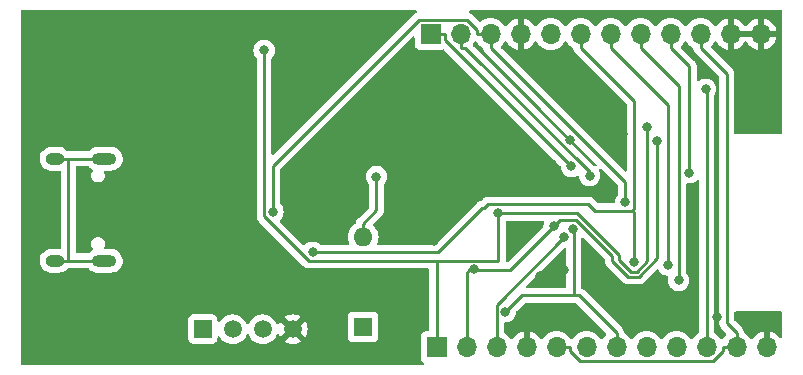
<source format=gbr>
%TF.GenerationSoftware,KiCad,Pcbnew,7.0.9-dirty*%
%TF.CreationDate,2023-12-27T00:33:38-08:00*%
%TF.ProjectId,hardware,68617264-7761-4726-952e-6b696361645f,rev?*%
%TF.SameCoordinates,Original*%
%TF.FileFunction,Copper,L2,Bot*%
%TF.FilePolarity,Positive*%
%FSLAX46Y46*%
G04 Gerber Fmt 4.6, Leading zero omitted, Abs format (unit mm)*
G04 Created by KiCad (PCBNEW 7.0.9-dirty) date 2023-12-27 00:33:38*
%MOMM*%
%LPD*%
G01*
G04 APERTURE LIST*
%TA.AperFunction,ComponentPad*%
%ADD10R,1.500000X1.500000*%
%TD*%
%TA.AperFunction,ComponentPad*%
%ADD11C,1.500000*%
%TD*%
%TA.AperFunction,ComponentPad*%
%ADD12O,2.100000X1.000000*%
%TD*%
%TA.AperFunction,ComponentPad*%
%ADD13O,1.600000X1.000000*%
%TD*%
%TA.AperFunction,ComponentPad*%
%ADD14R,1.700000X1.700000*%
%TD*%
%TA.AperFunction,ComponentPad*%
%ADD15O,1.700000X1.700000*%
%TD*%
%TA.AperFunction,ComponentPad*%
%ADD16R,1.600000X1.600000*%
%TD*%
%TA.AperFunction,ComponentPad*%
%ADD17O,1.600000X1.600000*%
%TD*%
%TA.AperFunction,ViaPad*%
%ADD18C,0.800000*%
%TD*%
%TA.AperFunction,Conductor*%
%ADD19C,0.250000*%
%TD*%
G04 APERTURE END LIST*
D10*
%TO.P,U4,1,VDD*%
%TO.N,3V3*%
X145420000Y-87500000D03*
D11*
%TO.P,U4,2,DATA*%
%TO.N,IO3_SDA*%
X147960000Y-87500000D03*
%TO.P,U4,3,NC*%
%TO.N,unconnected-(U4-NC-Pad3)*%
X150500000Y-87500000D03*
%TO.P,U4,4,GND*%
%TO.N,GND*%
X153040000Y-87500000D03*
%TD*%
D12*
%TO.P,J1,S1,SHIELD*%
%TO.N,unconnected-(J1-SHIELD-PadS1)*%
X137085000Y-73070000D03*
D13*
X132905000Y-73070000D03*
D12*
X137085000Y-81710000D03*
D13*
X132905000Y-81710000D03*
%TD*%
D14*
%TO.P,J4,1,Pin_1*%
%TO.N,IO2*%
X165220000Y-89000000D03*
D15*
%TO.P,J4,2,Pin_2*%
%TO.N,IO3_SDA*%
X167760000Y-89000000D03*
%TO.P,J4,3,Pin_3*%
%TO.N,IO4_SCL*%
X170300000Y-89000000D03*
%TO.P,J4,4,Pin_4*%
%TO.N,GND*%
X172840000Y-89000000D03*
%TO.P,J4,5,Pin_5*%
%TO.N,3V3*%
X175380000Y-89000000D03*
%TO.P,J4,6,Pin_6*%
%TO.N,IO5*%
X177920000Y-89000000D03*
%TO.P,J4,7,Pin_7*%
%TO.N,IO6*%
X180460000Y-89000000D03*
%TO.P,J4,8,Pin_8*%
%TO.N,IO7*%
X183000000Y-89000000D03*
%TO.P,J4,9,Pin_9*%
%TO.N,IO8*%
X185540000Y-89000000D03*
%TO.P,J4,10,Pin_10*%
%TO.N,IO9_BOOT*%
X188080000Y-89000000D03*
%TO.P,J4,11,Pin_11*%
%TO.N,3V3*%
X190620000Y-89000000D03*
%TO.P,J4,12,Pin_12*%
%TO.N,GND*%
X193160000Y-89000000D03*
%TD*%
D16*
%TO.P,D3,1,K*%
%TO.N,IO4_SCL*%
X159000000Y-87310000D03*
D17*
%TO.P,D3,2,A*%
%TO.N,Net-(D3-A)*%
X159000000Y-79690000D03*
%TD*%
D14*
%TO.P,J2,1,Pin_1*%
%TO.N,IO0*%
X164720000Y-62500000D03*
D15*
%TO.P,J2,2,Pin_2*%
%TO.N,IO1*%
X167260000Y-62500000D03*
%TO.P,J2,3,Pin_3*%
%TO.N,IO18*%
X169800000Y-62500000D03*
%TO.P,J2,4,Pin_4*%
%TO.N,GND*%
X172340000Y-62500000D03*
%TO.P,J2,5,Pin_5*%
%TO.N,3V3*%
X174880000Y-62500000D03*
%TO.P,J2,6,Pin_6*%
%TO.N,IO19*%
X177420000Y-62500000D03*
%TO.P,J2,7,Pin_7*%
%TO.N,IO20_RX*%
X179960000Y-62500000D03*
%TO.P,J2,8,Pin_8*%
%TO.N,IO21_TX*%
X182500000Y-62500000D03*
%TO.P,J2,9,Pin_9*%
%TO.N,IO10*%
X185040000Y-62500000D03*
%TO.P,J2,10,Pin_10*%
%TO.N,3V3*%
X187580000Y-62500000D03*
%TO.P,J2,11,Pin_11*%
%TO.N,GND*%
X190120000Y-62500000D03*
%TO.P,J2,12,Pin_12*%
X192660000Y-62500000D03*
%TD*%
D18*
%TO.N,GND*%
X171000000Y-74500000D03*
X189000000Y-86500000D03*
X193000000Y-86500000D03*
X171500000Y-79500000D03*
X176000000Y-82500000D03*
X174000000Y-83000000D03*
X157000000Y-65500000D03*
X160500000Y-66500000D03*
X168500000Y-72000000D03*
X170000000Y-73000000D03*
X172000000Y-73000000D03*
X149000000Y-81500000D03*
X146500000Y-80500000D03*
X143500000Y-80500000D03*
X145000000Y-79000000D03*
X174000000Y-86500000D03*
X158000000Y-70000000D03*
X160000000Y-72000000D03*
X157500000Y-72500000D03*
X155000000Y-72500000D03*
X154500000Y-75000000D03*
X158500000Y-77500000D03*
X157000000Y-79500000D03*
X161000000Y-79500000D03*
X160000000Y-89500000D03*
X144500000Y-85500000D03*
X144500000Y-89500000D03*
X147500000Y-89500000D03*
X151000000Y-89500000D03*
X154000000Y-89500000D03*
X139500000Y-88500000D03*
X134500000Y-88500000D03*
X137000000Y-87000000D03*
X132000000Y-84000000D03*
X135000000Y-85500000D03*
X139000000Y-85500000D03*
X143000000Y-83500000D03*
X145000000Y-70000000D03*
X141000000Y-73000000D03*
X142500000Y-71000000D03*
X147500000Y-71000000D03*
X145500000Y-73500000D03*
X174950856Y-73500000D03*
X175500000Y-75500000D03*
X176500000Y-71500000D03*
X179000000Y-71000000D03*
X181000000Y-71000000D03*
X187000000Y-82000000D03*
X186500000Y-86000000D03*
X165000000Y-80000000D03*
X162500000Y-76000000D03*
X131500000Y-89000000D03*
X162000000Y-66000000D03*
X156000000Y-89000000D03*
X161500000Y-87000000D03*
X156500000Y-85500000D03*
X153500000Y-85500000D03*
X166000000Y-73000000D03*
X162500000Y-85500000D03*
X131000000Y-61500000D03*
X139000000Y-63500000D03*
X163500000Y-86500000D03*
X161500000Y-68000000D03*
X166000000Y-75500000D03*
X132500000Y-62500000D03*
X166000000Y-77500000D03*
X166500000Y-69000000D03*
%TO.N,IO6*%
X176740100Y-78993800D03*
X171047700Y-86023300D03*
%TO.N,IO3_SDA*%
X175159100Y-78802300D03*
X183911500Y-71589200D03*
X168418200Y-82423100D03*
%TO.N,IO10*%
X186607900Y-74252400D03*
%TO.N,IO21_TX*%
X185720700Y-83379600D03*
%TO.N,IO20_RX*%
X184816100Y-82089800D03*
%TO.N,IO19*%
X181899000Y-81842200D03*
X154722000Y-81004800D03*
%TO.N,IO18*%
X151361600Y-77559800D03*
X181204200Y-76736100D03*
%TO.N,IO1*%
X178170000Y-74500000D03*
%TO.N,IO0*%
X176633000Y-73714700D03*
%TO.N,Net-(D3-A)*%
X160120200Y-74576300D03*
%TO.N,IO4_SCL*%
X176040700Y-79711400D03*
%TO.N,IO2*%
X170458500Y-77684900D03*
X183045000Y-70348100D03*
X150613900Y-63893700D03*
%TO.N,IO9_BOOT*%
X187998500Y-67187500D03*
%TD*%
D19*
%TO.N,IO3_SDA*%
X168496900Y-82501800D02*
X168001800Y-82501800D01*
X168001800Y-82501800D02*
X168000000Y-82500000D01*
X168000000Y-82500000D02*
X167760000Y-82740000D01*
X167760000Y-82740000D02*
X167760000Y-89000000D01*
%TO.N,IO2*%
X165220000Y-81731700D02*
X165220000Y-89000000D01*
X170458500Y-77684900D02*
X170458500Y-81731700D01*
X170458500Y-81731700D02*
X168752105Y-81731700D01*
X168084295Y-81731700D02*
X165220000Y-81731700D01*
X168752105Y-81731700D02*
X168718505Y-81698100D01*
X168718505Y-81698100D02*
X168117895Y-81698100D01*
X168117895Y-81698100D02*
X168084295Y-81731700D01*
%TO.N,IO19*%
X181782300Y-77468400D02*
X178646000Y-77468400D01*
X178646000Y-77468400D02*
X178076200Y-76898600D01*
X178076200Y-76898600D02*
X169601400Y-76898600D01*
X169601400Y-76898600D02*
X169265100Y-77234900D01*
X169265100Y-77234900D02*
X169080404Y-77234900D01*
X169080404Y-77234900D02*
X165310504Y-81004800D01*
X165310504Y-81004800D02*
X154722000Y-81004800D01*
%TO.N,IO6*%
X180460000Y-89000000D02*
X180460000Y-87823100D01*
X176838400Y-79092100D02*
X176740100Y-78993800D01*
X176838400Y-84627600D02*
X176838400Y-79092100D01*
X177264500Y-84627600D02*
X176838400Y-84627600D01*
X180460000Y-87823100D02*
X177264500Y-84627600D01*
X172443400Y-84627600D02*
X171047700Y-86023300D01*
X176838400Y-84627600D02*
X172443400Y-84627600D01*
%TO.N,IO3_SDA*%
X175694600Y-78266800D02*
X175159100Y-78802300D01*
X177046700Y-78266800D02*
X175694600Y-78266800D01*
X180085000Y-81305100D02*
X177046700Y-78266800D01*
X180085000Y-81705000D02*
X180085000Y-81305100D01*
X181468200Y-83088200D02*
X180085000Y-81705000D01*
X182320100Y-83088200D02*
X181468200Y-83088200D01*
X183911500Y-81496800D02*
X182320100Y-83088200D01*
X183911500Y-71589200D02*
X183911500Y-81496800D01*
X171459600Y-82501800D02*
X168496900Y-82501800D01*
X175159100Y-78802300D02*
X171459600Y-82501800D01*
X168496900Y-82501800D02*
X168418200Y-82423100D01*
%TO.N,IO10*%
X185040000Y-62500000D02*
X185040000Y-63676900D01*
X186607900Y-65244800D02*
X186607900Y-74252400D01*
X185040000Y-63676900D02*
X186607900Y-65244800D01*
%TO.N,IO21_TX*%
X182500000Y-62500000D02*
X182500000Y-63676900D01*
X185720700Y-66897600D02*
X182500000Y-63676900D01*
X185720700Y-83379600D02*
X185720700Y-66897600D01*
%TO.N,IO20_RX*%
X184816100Y-68533000D02*
X179960000Y-63676900D01*
X184816100Y-82089800D02*
X184816100Y-68533000D01*
X179960000Y-62500000D02*
X179960000Y-63676900D01*
%TO.N,IO19*%
X177420000Y-62500000D02*
X177420000Y-63676900D01*
X181899000Y-77585100D02*
X181782300Y-77468400D01*
X181899000Y-81842200D02*
X181899000Y-77585100D01*
X181967800Y-77282900D02*
X181782300Y-77468400D01*
X181967800Y-68224700D02*
X181967800Y-77282900D01*
X177420000Y-63676900D02*
X181967800Y-68224700D01*
%TO.N,IO18*%
X169800000Y-62500000D02*
X168623100Y-62500000D01*
X169800000Y-62500000D02*
X169800000Y-63676900D01*
X181204200Y-75081100D02*
X181204200Y-76736100D01*
X169800000Y-63676900D02*
X181204200Y-75081100D01*
X151361600Y-73654400D02*
X151361600Y-77559800D01*
X163694100Y-61321900D02*
X151361600Y-73654400D01*
X167810800Y-61321900D02*
X163694100Y-61321900D01*
X168623100Y-62134200D02*
X167810800Y-61321900D01*
X168623100Y-62500000D02*
X168623100Y-62134200D01*
%TO.N,IO1*%
X167647500Y-63676900D02*
X167260000Y-63676900D01*
X178170000Y-74199400D02*
X167647500Y-63676900D01*
X178170000Y-74500000D02*
X178170000Y-74199400D01*
X167260000Y-62500000D02*
X167260000Y-63676900D01*
%TO.N,IO0*%
X164720000Y-62500000D02*
X165896900Y-62500000D01*
X165896900Y-62978600D02*
X176633000Y-73714700D01*
X165896900Y-62500000D02*
X165896900Y-62978600D01*
%TO.N,unconnected-(J1-SHIELD-PadS1)*%
X134031900Y-81710000D02*
X134031900Y-73070000D01*
X132905000Y-81710000D02*
X133468500Y-81710000D01*
X133468500Y-81710000D02*
X134031900Y-81710000D01*
X134031900Y-81710000D02*
X137085000Y-81710000D01*
X132905000Y-73070000D02*
X133468500Y-73070000D01*
X133468500Y-73070000D02*
X134031900Y-73070000D01*
X134031900Y-73070000D02*
X137085000Y-73070000D01*
%TO.N,Net-(D3-A)*%
X160120200Y-77442900D02*
X160120200Y-74576300D01*
X159000000Y-78563100D02*
X160120200Y-77442900D01*
X159000000Y-79690000D02*
X159000000Y-78563100D01*
%TO.N,IO4_SCL*%
X170300000Y-89000000D02*
X170300000Y-87823100D01*
X170300000Y-85452100D02*
X170300000Y-87823100D01*
X176040700Y-79711400D02*
X170300000Y-85452100D01*
%TO.N,IO2*%
X177142200Y-77684900D02*
X170458500Y-77684900D01*
X180696200Y-81238900D02*
X177142200Y-77684900D01*
X180696200Y-81670100D02*
X180696200Y-81238900D01*
X181646800Y-82620700D02*
X180696200Y-81670100D01*
X182148500Y-82620700D02*
X181646800Y-82620700D01*
X183045000Y-81724200D02*
X182148500Y-82620700D01*
X183045000Y-70348100D02*
X183045000Y-81724200D01*
X154421000Y-81731700D02*
X165220000Y-81731700D01*
X150613900Y-77924600D02*
X154421000Y-81731700D01*
X150613900Y-63893700D02*
X150613900Y-77924600D01*
%TO.N,IO9_BOOT*%
X188080000Y-67269000D02*
X187998500Y-67187500D01*
X188080000Y-89000000D02*
X188080000Y-67269000D01*
%TO.N,3V3*%
X190620000Y-89000000D02*
X189443100Y-89000000D01*
X175380000Y-89000000D02*
X176556900Y-89000000D01*
X189787800Y-86990900D02*
X190620000Y-87823100D01*
X189787800Y-65884700D02*
X189787800Y-86990900D01*
X187580000Y-63676900D02*
X189787800Y-65884700D01*
X187580000Y-62500000D02*
X187580000Y-63676900D01*
X190620000Y-89000000D02*
X190620000Y-87823100D01*
X176556900Y-89365800D02*
X176556900Y-89000000D01*
X177370300Y-90179200D02*
X176556900Y-89365800D01*
X188631700Y-90179200D02*
X177370300Y-90179200D01*
X189443100Y-89367800D02*
X188631700Y-90179200D01*
X189443100Y-89000000D02*
X189443100Y-89367800D01*
%TD*%
%TA.AperFunction,Conductor*%
%TO.N,GND*%
G36*
X163476860Y-60519685D02*
G01*
X163522615Y-60572489D01*
X163532559Y-60641647D01*
X163503534Y-60705203D01*
X163450488Y-60739293D01*
X163450873Y-60740182D01*
X163445459Y-60742524D01*
X163444756Y-60742977D01*
X163444419Y-60743075D01*
X163443716Y-60743279D01*
X163443710Y-60743281D01*
X163426466Y-60753479D01*
X163409005Y-60762033D01*
X163390374Y-60769410D01*
X163390362Y-60769417D01*
X163352670Y-60796802D01*
X163347787Y-60800009D01*
X163307680Y-60823729D01*
X163293514Y-60837895D01*
X163278724Y-60850527D01*
X163262514Y-60862304D01*
X163262511Y-60862307D01*
X163232810Y-60898209D01*
X163228877Y-60902531D01*
X151451081Y-72680328D01*
X151389758Y-72713813D01*
X151320066Y-72708829D01*
X151264133Y-72666957D01*
X151239716Y-72601493D01*
X151239400Y-72592647D01*
X151239400Y-64592387D01*
X151259085Y-64525348D01*
X151271250Y-64509415D01*
X151289791Y-64488822D01*
X151346433Y-64425916D01*
X151441079Y-64261984D01*
X151499574Y-64081956D01*
X151519360Y-63893700D01*
X151499574Y-63705444D01*
X151441079Y-63525416D01*
X151346433Y-63361484D01*
X151219771Y-63220812D01*
X151171639Y-63185842D01*
X151066634Y-63109551D01*
X151066629Y-63109548D01*
X150893707Y-63032557D01*
X150893702Y-63032555D01*
X150740538Y-63000000D01*
X150708546Y-62993200D01*
X150519254Y-62993200D01*
X150487262Y-63000000D01*
X150334097Y-63032555D01*
X150334092Y-63032557D01*
X150161170Y-63109548D01*
X150161165Y-63109551D01*
X150008029Y-63220811D01*
X149881366Y-63361485D01*
X149786721Y-63525415D01*
X149786718Y-63525422D01*
X149730503Y-63698436D01*
X149728226Y-63705444D01*
X149708440Y-63893700D01*
X149728226Y-64081956D01*
X149728227Y-64081959D01*
X149786718Y-64261977D01*
X149786721Y-64261984D01*
X149881367Y-64425916D01*
X149924672Y-64474010D01*
X149956550Y-64509415D01*
X149986780Y-64572406D01*
X149988400Y-64592387D01*
X149988400Y-77841855D01*
X149986675Y-77857472D01*
X149986961Y-77857499D01*
X149986226Y-77865265D01*
X149988400Y-77934414D01*
X149988400Y-77963943D01*
X149988401Y-77963960D01*
X149989268Y-77970831D01*
X149989726Y-77976650D01*
X149991190Y-78023224D01*
X149991191Y-78023227D01*
X149996780Y-78042467D01*
X150000724Y-78061511D01*
X150003236Y-78081392D01*
X150010033Y-78098560D01*
X150020390Y-78124719D01*
X150022282Y-78130247D01*
X150035281Y-78174988D01*
X150045480Y-78192234D01*
X150054036Y-78209700D01*
X150060620Y-78226326D01*
X150061414Y-78228332D01*
X150088798Y-78266023D01*
X150092006Y-78270907D01*
X150115727Y-78311016D01*
X150115733Y-78311024D01*
X150129890Y-78325180D01*
X150142528Y-78339976D01*
X150150106Y-78350407D01*
X150154306Y-78356187D01*
X150187427Y-78383587D01*
X150190209Y-78385888D01*
X150194520Y-78389810D01*
X153071820Y-81267111D01*
X153920197Y-82115488D01*
X153930022Y-82127751D01*
X153930243Y-82127569D01*
X153935214Y-82133578D01*
X153955770Y-82152881D01*
X153985635Y-82180926D01*
X154006529Y-82201820D01*
X154012011Y-82206073D01*
X154016443Y-82209857D01*
X154050418Y-82241762D01*
X154067976Y-82251414D01*
X154084235Y-82262095D01*
X154100064Y-82274373D01*
X154142838Y-82292882D01*
X154148056Y-82295438D01*
X154188908Y-82317897D01*
X154208316Y-82322880D01*
X154226717Y-82329180D01*
X154245104Y-82337137D01*
X154283404Y-82343203D01*
X154291119Y-82344425D01*
X154296839Y-82345609D01*
X154341981Y-82357200D01*
X154362016Y-82357200D01*
X154381414Y-82358726D01*
X154401194Y-82361859D01*
X154401195Y-82361860D01*
X154401195Y-82361859D01*
X154401196Y-82361860D01*
X154447584Y-82357475D01*
X154453422Y-82357200D01*
X164470500Y-82357200D01*
X164537539Y-82376885D01*
X164583294Y-82429689D01*
X164594500Y-82481200D01*
X164594500Y-87525500D01*
X164574815Y-87592539D01*
X164522011Y-87638294D01*
X164470501Y-87649500D01*
X164322130Y-87649500D01*
X164322123Y-87649501D01*
X164262516Y-87655908D01*
X164127671Y-87706202D01*
X164127664Y-87706206D01*
X164012455Y-87792452D01*
X164012452Y-87792455D01*
X163926206Y-87907664D01*
X163926202Y-87907671D01*
X163875908Y-88042517D01*
X163869501Y-88102116D01*
X163869500Y-88102135D01*
X163869500Y-89897870D01*
X163869501Y-89897876D01*
X163875908Y-89957483D01*
X163926202Y-90092328D01*
X163926206Y-90092335D01*
X164012452Y-90207544D01*
X164012455Y-90207547D01*
X164104876Y-90276734D01*
X164146747Y-90332668D01*
X164151731Y-90402359D01*
X164118245Y-90463682D01*
X164056922Y-90497166D01*
X164030565Y-90500000D01*
X130124000Y-90500000D01*
X130056961Y-90480315D01*
X130011206Y-90427511D01*
X130000000Y-90376000D01*
X130000000Y-88297870D01*
X144169500Y-88297870D01*
X144169501Y-88297876D01*
X144175908Y-88357483D01*
X144226202Y-88492328D01*
X144226206Y-88492335D01*
X144312452Y-88607544D01*
X144312455Y-88607547D01*
X144427664Y-88693793D01*
X144427671Y-88693797D01*
X144562517Y-88744091D01*
X144562516Y-88744091D01*
X144569444Y-88744835D01*
X144622127Y-88750500D01*
X146217872Y-88750499D01*
X146277483Y-88744091D01*
X146412331Y-88693796D01*
X146527546Y-88607546D01*
X146613796Y-88492331D01*
X146664091Y-88357483D01*
X146670500Y-88297873D01*
X146670499Y-88231860D01*
X146690183Y-88164824D01*
X146742986Y-88119068D01*
X146812144Y-88109124D01*
X146875700Y-88138148D01*
X146896073Y-88160738D01*
X146950111Y-88237911D01*
X146998402Y-88306877D01*
X147153123Y-88461598D01*
X147332361Y-88587102D01*
X147530670Y-88679575D01*
X147742023Y-88736207D01*
X147924926Y-88752208D01*
X147959998Y-88755277D01*
X147960000Y-88755277D01*
X147960002Y-88755277D01*
X147988254Y-88752805D01*
X148177977Y-88736207D01*
X148389330Y-88679575D01*
X148587639Y-88587102D01*
X148766877Y-88461598D01*
X148921598Y-88306877D01*
X149047102Y-88127639D01*
X149117618Y-87976414D01*
X149163790Y-87923977D01*
X149230984Y-87904825D01*
X149297865Y-87925041D01*
X149342381Y-87976414D01*
X149412898Y-88127639D01*
X149538402Y-88306877D01*
X149693123Y-88461598D01*
X149872361Y-88587102D01*
X150070670Y-88679575D01*
X150282023Y-88736207D01*
X150464926Y-88752208D01*
X150499998Y-88755277D01*
X150500000Y-88755277D01*
X150500002Y-88755277D01*
X150528254Y-88752805D01*
X150717977Y-88736207D01*
X150929330Y-88679575D01*
X151127639Y-88587102D01*
X151306877Y-88461598D01*
X151461598Y-88306877D01*
X151587102Y-88127639D01*
X151657895Y-87975822D01*
X151704066Y-87923385D01*
X151771260Y-87904233D01*
X151838141Y-87924449D01*
X151882658Y-87975824D01*
X151953335Y-88127391D01*
X151996873Y-88189571D01*
X151996875Y-88189572D01*
X152642046Y-87544400D01*
X152654835Y-87625148D01*
X152712359Y-87738045D01*
X152801955Y-87827641D01*
X152914852Y-87885165D01*
X152995599Y-87897953D01*
X152350426Y-88543124D01*
X152412611Y-88586666D01*
X152412613Y-88586667D01*
X152610840Y-88679101D01*
X152610849Y-88679105D01*
X152822105Y-88735710D01*
X152822115Y-88735712D01*
X153039999Y-88754775D01*
X153040001Y-88754775D01*
X153257884Y-88735712D01*
X153257894Y-88735710D01*
X153469150Y-88679105D01*
X153469159Y-88679101D01*
X153667387Y-88586666D01*
X153729572Y-88543124D01*
X153084401Y-87897953D01*
X153165148Y-87885165D01*
X153278045Y-87827641D01*
X153367641Y-87738045D01*
X153425165Y-87625148D01*
X153437953Y-87544401D01*
X154083124Y-88189572D01*
X154105322Y-88157870D01*
X157699500Y-88157870D01*
X157699501Y-88157876D01*
X157705908Y-88217483D01*
X157756202Y-88352328D01*
X157756206Y-88352335D01*
X157842452Y-88467544D01*
X157842455Y-88467547D01*
X157957664Y-88553793D01*
X157957671Y-88553797D01*
X158092517Y-88604091D01*
X158092516Y-88604091D01*
X158099444Y-88604835D01*
X158152127Y-88610500D01*
X159847872Y-88610499D01*
X159907483Y-88604091D01*
X160042331Y-88553796D01*
X160157546Y-88467546D01*
X160243796Y-88352331D01*
X160294091Y-88217483D01*
X160300500Y-88157873D01*
X160300499Y-86462128D01*
X160294091Y-86402517D01*
X160290013Y-86391584D01*
X160243797Y-86267671D01*
X160243793Y-86267664D01*
X160157547Y-86152455D01*
X160157544Y-86152452D01*
X160042335Y-86066206D01*
X160042328Y-86066202D01*
X159907482Y-86015908D01*
X159907483Y-86015908D01*
X159847883Y-86009501D01*
X159847881Y-86009500D01*
X159847873Y-86009500D01*
X159847864Y-86009500D01*
X158152129Y-86009500D01*
X158152123Y-86009501D01*
X158092516Y-86015908D01*
X157957671Y-86066202D01*
X157957664Y-86066206D01*
X157842455Y-86152452D01*
X157842452Y-86152455D01*
X157756206Y-86267664D01*
X157756202Y-86267671D01*
X157705908Y-86402517D01*
X157699501Y-86462116D01*
X157699501Y-86462123D01*
X157699500Y-86462135D01*
X157699500Y-88157870D01*
X154105322Y-88157870D01*
X154126666Y-88127387D01*
X154219101Y-87929159D01*
X154219105Y-87929150D01*
X154275710Y-87717894D01*
X154275712Y-87717884D01*
X154294775Y-87500000D01*
X154294775Y-87499999D01*
X154275712Y-87282115D01*
X154275710Y-87282105D01*
X154219105Y-87070849D01*
X154219101Y-87070840D01*
X154126668Y-86872615D01*
X154083123Y-86810428D01*
X153437953Y-87455598D01*
X153425165Y-87374852D01*
X153367641Y-87261955D01*
X153278045Y-87172359D01*
X153165148Y-87114835D01*
X153084401Y-87102046D01*
X153729572Y-86456875D01*
X153729571Y-86456873D01*
X153667391Y-86413335D01*
X153469159Y-86320898D01*
X153469150Y-86320894D01*
X153257894Y-86264289D01*
X153257884Y-86264287D01*
X153040001Y-86245225D01*
X153039999Y-86245225D01*
X152822115Y-86264287D01*
X152822105Y-86264289D01*
X152610849Y-86320894D01*
X152610840Y-86320898D01*
X152412614Y-86413332D01*
X152412612Y-86413333D01*
X152350428Y-86456875D01*
X152350427Y-86456875D01*
X152995599Y-87102046D01*
X152914852Y-87114835D01*
X152801955Y-87172359D01*
X152712359Y-87261955D01*
X152654835Y-87374852D01*
X152642046Y-87455598D01*
X151996875Y-86810427D01*
X151996875Y-86810428D01*
X151953333Y-86872612D01*
X151953332Y-86872614D01*
X151882658Y-87024175D01*
X151836485Y-87076614D01*
X151769292Y-87095766D01*
X151702411Y-87075550D01*
X151657894Y-87024175D01*
X151646954Y-87000714D01*
X151587102Y-86872362D01*
X151587100Y-86872359D01*
X151587099Y-86872357D01*
X151461599Y-86693124D01*
X151410991Y-86642516D01*
X151306877Y-86538402D01*
X151168978Y-86441844D01*
X151127638Y-86412897D01*
X151028484Y-86366661D01*
X150929330Y-86320425D01*
X150929326Y-86320424D01*
X150929322Y-86320422D01*
X150717977Y-86263793D01*
X150500002Y-86244723D01*
X150499998Y-86244723D01*
X150372151Y-86255908D01*
X150282023Y-86263793D01*
X150282020Y-86263793D01*
X150070677Y-86320422D01*
X150070668Y-86320426D01*
X149872361Y-86412898D01*
X149872357Y-86412900D01*
X149693121Y-86538402D01*
X149538402Y-86693121D01*
X149412900Y-86872357D01*
X149412898Y-86872361D01*
X149342382Y-87023583D01*
X149296209Y-87076022D01*
X149229016Y-87095174D01*
X149162135Y-87074958D01*
X149117618Y-87023583D01*
X149103118Y-86992488D01*
X149047102Y-86872362D01*
X149047100Y-86872359D01*
X149047099Y-86872357D01*
X148921599Y-86693124D01*
X148870991Y-86642516D01*
X148766877Y-86538402D01*
X148628978Y-86441844D01*
X148587638Y-86412897D01*
X148488484Y-86366661D01*
X148389330Y-86320425D01*
X148389326Y-86320424D01*
X148389322Y-86320422D01*
X148177977Y-86263793D01*
X147960002Y-86244723D01*
X147959998Y-86244723D01*
X147832151Y-86255908D01*
X147742023Y-86263793D01*
X147742020Y-86263793D01*
X147530677Y-86320422D01*
X147530668Y-86320426D01*
X147332361Y-86412898D01*
X147332357Y-86412900D01*
X147153121Y-86538402D01*
X146998402Y-86693121D01*
X146896074Y-86839262D01*
X146841497Y-86882887D01*
X146771999Y-86890081D01*
X146709644Y-86858558D01*
X146674230Y-86798328D01*
X146670499Y-86768139D01*
X146670499Y-86702129D01*
X146670498Y-86702123D01*
X146670497Y-86702116D01*
X146664091Y-86642517D01*
X146613796Y-86507669D01*
X146613795Y-86507668D01*
X146613793Y-86507664D01*
X146527547Y-86392455D01*
X146527544Y-86392452D01*
X146412335Y-86306206D01*
X146412328Y-86306202D01*
X146277482Y-86255908D01*
X146277483Y-86255908D01*
X146217883Y-86249501D01*
X146217881Y-86249500D01*
X146217873Y-86249500D01*
X146217864Y-86249500D01*
X144622129Y-86249500D01*
X144622123Y-86249501D01*
X144562516Y-86255908D01*
X144427671Y-86306202D01*
X144427664Y-86306206D01*
X144312455Y-86392452D01*
X144312452Y-86392455D01*
X144226206Y-86507664D01*
X144226202Y-86507671D01*
X144175908Y-86642517D01*
X144169501Y-86702116D01*
X144169501Y-86702123D01*
X144169500Y-86702135D01*
X144169500Y-88297870D01*
X130000000Y-88297870D01*
X130000000Y-81760936D01*
X131600631Y-81760936D01*
X131631442Y-81962063D01*
X131631445Y-81962075D01*
X131702111Y-82152881D01*
X131702113Y-82152884D01*
X131702114Y-82152887D01*
X131719591Y-82180926D01*
X131809745Y-82325567D01*
X131809747Y-82325569D01*
X131809748Y-82325571D01*
X131949941Y-82473053D01*
X132054331Y-82545710D01*
X132116949Y-82589294D01*
X132116950Y-82589294D01*
X132116951Y-82589295D01*
X132303942Y-82669540D01*
X132503259Y-82710500D01*
X133255743Y-82710500D01*
X133407439Y-82695074D01*
X133601579Y-82634162D01*
X133601580Y-82634161D01*
X133601588Y-82634159D01*
X133779502Y-82535409D01*
X133933895Y-82402866D01*
X133948369Y-82384166D01*
X134004966Y-82343203D01*
X134038638Y-82336312D01*
X134049619Y-82335621D01*
X134053499Y-82335500D01*
X135695974Y-82335500D01*
X135763013Y-82355185D01*
X135785847Y-82374067D01*
X135879941Y-82473053D01*
X135984331Y-82545710D01*
X136046949Y-82589294D01*
X136046950Y-82589294D01*
X136046951Y-82589295D01*
X136233942Y-82669540D01*
X136433259Y-82710500D01*
X137685743Y-82710500D01*
X137837439Y-82695074D01*
X138031579Y-82634162D01*
X138031580Y-82634161D01*
X138031588Y-82634159D01*
X138209502Y-82535409D01*
X138363895Y-82402866D01*
X138488448Y-82241958D01*
X138578060Y-82059271D01*
X138629063Y-81862285D01*
X138639369Y-81659064D01*
X138608556Y-81457929D01*
X138537886Y-81267113D01*
X138436526Y-81104495D01*
X138430254Y-81094432D01*
X138430250Y-81094427D01*
X138423605Y-81087437D01*
X138290059Y-80946947D01*
X138191587Y-80878409D01*
X138123050Y-80830705D01*
X137936056Y-80750459D01*
X137736741Y-80709500D01*
X137185591Y-80709500D01*
X137118552Y-80689815D01*
X137072797Y-80637011D01*
X137062853Y-80567853D01*
X137071030Y-80538047D01*
X137110571Y-80442586D01*
X137115687Y-80430236D01*
X137135466Y-80280000D01*
X137115687Y-80129764D01*
X137057698Y-79989767D01*
X136965451Y-79869549D01*
X136845233Y-79777302D01*
X136845229Y-79777300D01*
X136767766Y-79745214D01*
X136705236Y-79719313D01*
X136691171Y-79717461D01*
X136592727Y-79704500D01*
X136592720Y-79704500D01*
X136517280Y-79704500D01*
X136517272Y-79704500D01*
X136404764Y-79719313D01*
X136404763Y-79719313D01*
X136264770Y-79777300D01*
X136144549Y-79869549D01*
X136052300Y-79989770D01*
X135994313Y-80129763D01*
X135994312Y-80129765D01*
X135974534Y-80279999D01*
X135974534Y-80280000D01*
X135994312Y-80430234D01*
X135994313Y-80430236D01*
X136052300Y-80570230D01*
X136052302Y-80570234D01*
X136106491Y-80640853D01*
X136131686Y-80706022D01*
X136117648Y-80774467D01*
X136068834Y-80824457D01*
X136068294Y-80824759D01*
X135960496Y-80884592D01*
X135960495Y-80884592D01*
X135806106Y-81017132D01*
X135791189Y-81036403D01*
X135734586Y-81077366D01*
X135693134Y-81084500D01*
X134781400Y-81084500D01*
X134714361Y-81064815D01*
X134668606Y-81012011D01*
X134657400Y-80960500D01*
X134657400Y-73819500D01*
X134677085Y-73752461D01*
X134729889Y-73706706D01*
X134781400Y-73695500D01*
X135695974Y-73695500D01*
X135763013Y-73715185D01*
X135785848Y-73734068D01*
X135874293Y-73827112D01*
X135879941Y-73833053D01*
X136046951Y-73949295D01*
X136054758Y-73952645D01*
X136108603Y-73997170D01*
X136129828Y-74063737D01*
X136111695Y-74131213D01*
X136104237Y-74142083D01*
X136052302Y-74209766D01*
X136052300Y-74209769D01*
X135994313Y-74349763D01*
X135994312Y-74349765D01*
X135974534Y-74499999D01*
X135974534Y-74500000D01*
X135994312Y-74650234D01*
X135994313Y-74650236D01*
X136052302Y-74790233D01*
X136144549Y-74910451D01*
X136264767Y-75002698D01*
X136404764Y-75060687D01*
X136517280Y-75075500D01*
X136517287Y-75075500D01*
X136592713Y-75075500D01*
X136592720Y-75075500D01*
X136705236Y-75060687D01*
X136845233Y-75002698D01*
X136965451Y-74910451D01*
X137057698Y-74790233D01*
X137115687Y-74650236D01*
X137135466Y-74500000D01*
X137115687Y-74349764D01*
X137071030Y-74241953D01*
X137063561Y-74172483D01*
X137094836Y-74110004D01*
X137154925Y-74074352D01*
X137185591Y-74070500D01*
X137685743Y-74070500D01*
X137837439Y-74055074D01*
X138031579Y-73994162D01*
X138031580Y-73994161D01*
X138031588Y-73994159D01*
X138209502Y-73895409D01*
X138363895Y-73762866D01*
X138488448Y-73601958D01*
X138578060Y-73419271D01*
X138629063Y-73222285D01*
X138639369Y-73019064D01*
X138608556Y-72817929D01*
X138557595Y-72680328D01*
X138537888Y-72627118D01*
X138537887Y-72627117D01*
X138537886Y-72627113D01*
X138430252Y-72454429D01*
X138290059Y-72306947D01*
X138191587Y-72238409D01*
X138123050Y-72190705D01*
X137936056Y-72110459D01*
X137736741Y-72069500D01*
X136484258Y-72069500D01*
X136484257Y-72069500D01*
X136332560Y-72084925D01*
X136138420Y-72145837D01*
X136138405Y-72145844D01*
X135960500Y-72244589D01*
X135960495Y-72244592D01*
X135806106Y-72377132D01*
X135791189Y-72396403D01*
X135734586Y-72437366D01*
X135693134Y-72444500D01*
X134102747Y-72444500D01*
X134079515Y-72442304D01*
X134071488Y-72440773D01*
X134071483Y-72440772D01*
X134049797Y-72442137D01*
X133981654Y-72426700D01*
X133952141Y-72403817D01*
X133860059Y-72306947D01*
X133748719Y-72229452D01*
X133693050Y-72190705D01*
X133506056Y-72110459D01*
X133306741Y-72069500D01*
X132554258Y-72069500D01*
X132554257Y-72069500D01*
X132402560Y-72084925D01*
X132208420Y-72145837D01*
X132208405Y-72145844D01*
X132030500Y-72244589D01*
X132030495Y-72244592D01*
X131876106Y-72377132D01*
X131876104Y-72377134D01*
X131751554Y-72538037D01*
X131751553Y-72538040D01*
X131661940Y-72720728D01*
X131610937Y-72917714D01*
X131600631Y-73120936D01*
X131631442Y-73322063D01*
X131631445Y-73322075D01*
X131702111Y-73512881D01*
X131702115Y-73512888D01*
X131809745Y-73685567D01*
X131809749Y-73685572D01*
X131944293Y-73827112D01*
X131949941Y-73833053D01*
X132067794Y-73915081D01*
X132116949Y-73949294D01*
X132116950Y-73949294D01*
X132116951Y-73949295D01*
X132303942Y-74029540D01*
X132503259Y-74070500D01*
X133255744Y-74070500D01*
X133259788Y-74070088D01*
X133269849Y-74069065D01*
X133338536Y-74081862D01*
X133389401Y-74129764D01*
X133406400Y-74192428D01*
X133406400Y-80585500D01*
X133386715Y-80652539D01*
X133333911Y-80698294D01*
X133282400Y-80709500D01*
X132554257Y-80709500D01*
X132402560Y-80724925D01*
X132208420Y-80785837D01*
X132208405Y-80785844D01*
X132030500Y-80884589D01*
X132030495Y-80884592D01*
X131876106Y-81017132D01*
X131876104Y-81017134D01*
X131751554Y-81178037D01*
X131751553Y-81178040D01*
X131661940Y-81360728D01*
X131610937Y-81557714D01*
X131600631Y-81760936D01*
X130000000Y-81760936D01*
X130000000Y-60624000D01*
X130019685Y-60556961D01*
X130072489Y-60511206D01*
X130124000Y-60500000D01*
X163409821Y-60500000D01*
X163476860Y-60519685D01*
G37*
%TD.AperFunction*%
%TA.AperFunction,Conductor*%
G36*
X176790785Y-85255296D02*
G01*
X176792389Y-85255601D01*
X176798812Y-85256827D01*
X176856124Y-85253221D01*
X176859997Y-85253100D01*
X176954048Y-85253100D01*
X177021087Y-85272785D01*
X177041729Y-85289419D01*
X179563525Y-87811215D01*
X179597010Y-87872538D01*
X179592026Y-87942230D01*
X179563526Y-87986577D01*
X179421503Y-88128600D01*
X179291575Y-88314158D01*
X179236998Y-88357783D01*
X179167500Y-88364977D01*
X179105145Y-88333454D01*
X179088425Y-88314158D01*
X178958494Y-88128597D01*
X178791402Y-87961506D01*
X178791395Y-87961501D01*
X178597834Y-87825967D01*
X178597830Y-87825965D01*
X178594474Y-87824400D01*
X178383663Y-87726097D01*
X178383659Y-87726096D01*
X178383655Y-87726094D01*
X178155413Y-87664938D01*
X178155403Y-87664936D01*
X177920001Y-87644341D01*
X177919999Y-87644341D01*
X177684596Y-87664936D01*
X177684586Y-87664938D01*
X177456344Y-87726094D01*
X177456335Y-87726098D01*
X177242171Y-87825964D01*
X177242169Y-87825965D01*
X177048597Y-87961505D01*
X176881508Y-88128594D01*
X176751574Y-88314160D01*
X176696997Y-88357784D01*
X176627498Y-88364977D01*
X176565144Y-88333455D01*
X176548429Y-88314164D01*
X176418495Y-88128599D01*
X176418493Y-88128596D01*
X176251402Y-87961506D01*
X176251395Y-87961501D01*
X176057834Y-87825967D01*
X176057830Y-87825965D01*
X176054474Y-87824400D01*
X175843663Y-87726097D01*
X175843659Y-87726096D01*
X175843655Y-87726094D01*
X175615413Y-87664938D01*
X175615403Y-87664936D01*
X175380001Y-87644341D01*
X175379999Y-87644341D01*
X175144596Y-87664936D01*
X175144586Y-87664938D01*
X174916344Y-87726094D01*
X174916335Y-87726098D01*
X174702171Y-87825964D01*
X174702169Y-87825965D01*
X174508597Y-87961505D01*
X174341508Y-88128594D01*
X174211269Y-88314595D01*
X174156692Y-88358219D01*
X174087193Y-88365412D01*
X174024839Y-88333890D01*
X174008119Y-88314594D01*
X173878113Y-88128926D01*
X173878108Y-88128920D01*
X173711082Y-87961894D01*
X173517578Y-87826399D01*
X173303492Y-87726570D01*
X173303486Y-87726567D01*
X173090000Y-87669364D01*
X173090000Y-88564498D01*
X172982315Y-88515320D01*
X172875763Y-88500000D01*
X172804237Y-88500000D01*
X172697685Y-88515320D01*
X172590000Y-88564498D01*
X172590000Y-87669364D01*
X172589999Y-87669364D01*
X172376513Y-87726567D01*
X172376507Y-87726570D01*
X172162422Y-87826399D01*
X172162420Y-87826400D01*
X171968926Y-87961886D01*
X171968920Y-87961891D01*
X171801891Y-88128920D01*
X171801890Y-88128922D01*
X171671880Y-88314595D01*
X171617303Y-88358219D01*
X171547804Y-88365412D01*
X171485450Y-88333890D01*
X171468730Y-88314594D01*
X171338494Y-88128597D01*
X171171402Y-87961506D01*
X171171401Y-87961505D01*
X170980224Y-87827641D01*
X170978376Y-87826347D01*
X170934751Y-87771770D01*
X170925500Y-87724772D01*
X170925500Y-87047800D01*
X170945185Y-86980761D01*
X170997989Y-86935006D01*
X171049500Y-86923800D01*
X171142344Y-86923800D01*
X171142346Y-86923800D01*
X171327503Y-86884444D01*
X171500430Y-86807451D01*
X171653571Y-86696188D01*
X171780233Y-86555516D01*
X171874879Y-86391584D01*
X171933374Y-86211556D01*
X171951021Y-86043644D01*
X171977604Y-85979034D01*
X171986650Y-85968939D01*
X172666172Y-85289419D01*
X172727495Y-85255934D01*
X172753853Y-85253100D01*
X176759381Y-85253100D01*
X176767553Y-85253100D01*
X176790785Y-85255296D01*
G37*
%TD.AperFunction*%
%TA.AperFunction,Conductor*%
G36*
X194443039Y-86019685D02*
G01*
X194488794Y-86072489D01*
X194500000Y-86124000D01*
X194500000Y-88166787D01*
X194480315Y-88233826D01*
X194427511Y-88279581D01*
X194358353Y-88289525D01*
X194294797Y-88260500D01*
X194274425Y-88237911D01*
X194198109Y-88128922D01*
X194198108Y-88128920D01*
X194031082Y-87961894D01*
X193837578Y-87826399D01*
X193623492Y-87726570D01*
X193623486Y-87726567D01*
X193410000Y-87669364D01*
X193410000Y-88564498D01*
X193302315Y-88515320D01*
X193195763Y-88500000D01*
X193124237Y-88500000D01*
X193017685Y-88515320D01*
X192910000Y-88564498D01*
X192910000Y-87669364D01*
X192909999Y-87669364D01*
X192696513Y-87726567D01*
X192696507Y-87726570D01*
X192482422Y-87826399D01*
X192482420Y-87826400D01*
X192288926Y-87961886D01*
X192288920Y-87961891D01*
X192121891Y-88128920D01*
X192121890Y-88128922D01*
X191991880Y-88314595D01*
X191937303Y-88358219D01*
X191867804Y-88365412D01*
X191805450Y-88333890D01*
X191788730Y-88314594D01*
X191658494Y-88128597D01*
X191491402Y-87961506D01*
X191491401Y-87961505D01*
X191297830Y-87825965D01*
X191295595Y-87824400D01*
X191251971Y-87769823D01*
X191243945Y-87732176D01*
X191243931Y-87732179D01*
X191243889Y-87731913D01*
X191242780Y-87726712D01*
X191242776Y-87726570D01*
X191242710Y-87724473D01*
X191237119Y-87705230D01*
X191233173Y-87686178D01*
X191230664Y-87666308D01*
X191213504Y-87622967D01*
X191211624Y-87617479D01*
X191198618Y-87572710D01*
X191188422Y-87555469D01*
X191179861Y-87537994D01*
X191172487Y-87519370D01*
X191172485Y-87519367D01*
X191145079Y-87481645D01*
X191141888Y-87476786D01*
X191118172Y-87436683D01*
X191118165Y-87436674D01*
X191104006Y-87422515D01*
X191091368Y-87407719D01*
X191084586Y-87398384D01*
X191079594Y-87391513D01*
X191079554Y-87391480D01*
X191043688Y-87361809D01*
X191039376Y-87357886D01*
X190449619Y-86768128D01*
X190416134Y-86706805D01*
X190413300Y-86680447D01*
X190413300Y-86124000D01*
X190432985Y-86056961D01*
X190485789Y-86011206D01*
X190537300Y-86000000D01*
X194376000Y-86000000D01*
X194443039Y-86019685D01*
G37*
%TD.AperFunction*%
%TA.AperFunction,Conductor*%
G36*
X187367693Y-74862671D02*
G01*
X187425742Y-74901558D01*
X187453552Y-74965655D01*
X187454500Y-74980962D01*
X187454500Y-87724773D01*
X187434815Y-87791812D01*
X187401623Y-87826348D01*
X187208597Y-87961505D01*
X187041505Y-88128597D01*
X186911575Y-88314158D01*
X186856998Y-88357783D01*
X186787500Y-88364977D01*
X186725145Y-88333454D01*
X186708425Y-88314158D01*
X186578494Y-88128597D01*
X186411402Y-87961506D01*
X186411395Y-87961501D01*
X186217834Y-87825967D01*
X186217830Y-87825965D01*
X186214474Y-87824400D01*
X186003663Y-87726097D01*
X186003659Y-87726096D01*
X186003655Y-87726094D01*
X185775413Y-87664938D01*
X185775403Y-87664936D01*
X185540001Y-87644341D01*
X185539999Y-87644341D01*
X185304596Y-87664936D01*
X185304586Y-87664938D01*
X185076344Y-87726094D01*
X185076335Y-87726098D01*
X184862171Y-87825964D01*
X184862169Y-87825965D01*
X184668597Y-87961505D01*
X184501505Y-88128597D01*
X184371575Y-88314158D01*
X184316998Y-88357783D01*
X184247500Y-88364977D01*
X184185145Y-88333454D01*
X184168425Y-88314158D01*
X184038494Y-88128597D01*
X183871402Y-87961506D01*
X183871395Y-87961501D01*
X183677834Y-87825967D01*
X183677830Y-87825965D01*
X183674474Y-87824400D01*
X183463663Y-87726097D01*
X183463659Y-87726096D01*
X183463655Y-87726094D01*
X183235413Y-87664938D01*
X183235403Y-87664936D01*
X183000001Y-87644341D01*
X182999999Y-87644341D01*
X182764596Y-87664936D01*
X182764586Y-87664938D01*
X182536344Y-87726094D01*
X182536335Y-87726098D01*
X182322171Y-87825964D01*
X182322169Y-87825965D01*
X182128597Y-87961505D01*
X181961505Y-88128597D01*
X181831575Y-88314158D01*
X181776998Y-88357783D01*
X181707500Y-88364977D01*
X181645145Y-88333454D01*
X181628425Y-88314158D01*
X181498494Y-88128597D01*
X181331402Y-87961506D01*
X181331396Y-87961501D01*
X181135595Y-87824400D01*
X181091970Y-87769823D01*
X181083945Y-87732180D01*
X181083931Y-87732183D01*
X181083888Y-87731916D01*
X181082779Y-87726711D01*
X181082775Y-87726570D01*
X181082709Y-87724472D01*
X181077120Y-87705237D01*
X181073174Y-87686184D01*
X181073172Y-87686169D01*
X181070664Y-87666308D01*
X181053501Y-87622959D01*
X181051614Y-87617446D01*
X181038617Y-87572710D01*
X181038616Y-87572708D01*
X181028421Y-87555469D01*
X181019860Y-87537993D01*
X181014914Y-87525500D01*
X181012486Y-87519368D01*
X181012486Y-87519367D01*
X180998414Y-87500000D01*
X180985083Y-87481650D01*
X180981900Y-87476805D01*
X180958170Y-87436679D01*
X180958165Y-87436673D01*
X180944005Y-87422513D01*
X180931370Y-87407720D01*
X180919593Y-87391512D01*
X180883693Y-87361813D01*
X180879381Y-87357890D01*
X177765303Y-84243812D01*
X177755480Y-84231550D01*
X177755259Y-84231734D01*
X177750286Y-84225723D01*
X177699864Y-84178373D01*
X177685239Y-84163748D01*
X177678975Y-84157483D01*
X177673486Y-84153225D01*
X177669061Y-84149447D01*
X177635082Y-84117538D01*
X177635080Y-84117536D01*
X177635077Y-84117535D01*
X177617529Y-84107888D01*
X177601263Y-84097204D01*
X177585432Y-84084924D01*
X177542669Y-84066418D01*
X177537423Y-84063849D01*
X177528166Y-84058760D01*
X177478900Y-84009215D01*
X177463900Y-83950096D01*
X177463900Y-79867952D01*
X177483585Y-79800913D01*
X177536389Y-79755158D01*
X177605547Y-79745214D01*
X177669103Y-79774239D01*
X177675581Y-79780271D01*
X179423181Y-81527871D01*
X179456666Y-81589194D01*
X179459500Y-81615552D01*
X179459500Y-81622255D01*
X179457775Y-81637872D01*
X179458061Y-81637899D01*
X179457326Y-81645665D01*
X179459500Y-81714814D01*
X179459500Y-81744343D01*
X179459501Y-81744360D01*
X179460368Y-81751231D01*
X179460826Y-81757050D01*
X179462290Y-81803624D01*
X179462291Y-81803627D01*
X179467880Y-81822867D01*
X179471824Y-81841911D01*
X179474336Y-81861792D01*
X179476879Y-81868215D01*
X179491490Y-81905119D01*
X179493382Y-81910647D01*
X179506382Y-81955390D01*
X179510335Y-81962075D01*
X179516580Y-81972634D01*
X179525138Y-81990103D01*
X179532514Y-82008732D01*
X179559898Y-82046423D01*
X179563106Y-82051307D01*
X179586827Y-82091416D01*
X179586833Y-82091424D01*
X179600990Y-82105580D01*
X179613628Y-82120376D01*
X179625405Y-82136586D01*
X179625406Y-82136587D01*
X179661309Y-82166288D01*
X179665620Y-82170210D01*
X180646391Y-83150982D01*
X180967397Y-83471988D01*
X180977222Y-83484251D01*
X180977443Y-83484069D01*
X180982414Y-83490078D01*
X181003243Y-83509637D01*
X181032835Y-83537426D01*
X181053729Y-83558320D01*
X181059211Y-83562573D01*
X181063643Y-83566357D01*
X181097618Y-83598262D01*
X181115176Y-83607914D01*
X181131435Y-83618595D01*
X181147264Y-83630873D01*
X181190038Y-83649382D01*
X181195256Y-83651938D01*
X181236108Y-83674397D01*
X181255516Y-83679380D01*
X181273917Y-83685680D01*
X181292304Y-83693637D01*
X181335688Y-83700508D01*
X181338319Y-83700925D01*
X181344039Y-83702109D01*
X181389181Y-83713700D01*
X181409216Y-83713700D01*
X181428614Y-83715226D01*
X181448394Y-83718359D01*
X181448395Y-83718360D01*
X181448395Y-83718359D01*
X181448396Y-83718360D01*
X181494784Y-83713975D01*
X181500622Y-83713700D01*
X182237357Y-83713700D01*
X182252977Y-83715424D01*
X182253004Y-83715139D01*
X182260760Y-83715871D01*
X182260767Y-83715873D01*
X182329914Y-83713700D01*
X182359450Y-83713700D01*
X182366328Y-83712830D01*
X182372141Y-83712372D01*
X182418727Y-83710909D01*
X182437969Y-83705317D01*
X182457012Y-83701374D01*
X182476892Y-83698864D01*
X182520222Y-83681707D01*
X182525746Y-83679817D01*
X182529496Y-83678727D01*
X182570490Y-83666818D01*
X182587729Y-83656622D01*
X182605203Y-83648062D01*
X182623827Y-83640688D01*
X182623827Y-83640687D01*
X182623832Y-83640686D01*
X182661549Y-83613282D01*
X182666405Y-83610092D01*
X182706520Y-83586370D01*
X182720689Y-83572199D01*
X182735479Y-83559568D01*
X182751687Y-83547794D01*
X182781399Y-83511876D01*
X182785312Y-83507576D01*
X183818243Y-82474645D01*
X183879565Y-82441162D01*
X183949257Y-82446146D01*
X184005190Y-82488018D01*
X184013310Y-82500328D01*
X184083565Y-82622014D01*
X184210229Y-82762688D01*
X184363365Y-82873948D01*
X184363370Y-82873951D01*
X184536292Y-82950942D01*
X184536297Y-82950944D01*
X184721454Y-82990300D01*
X184729678Y-82990300D01*
X184796717Y-83009985D01*
X184842472Y-83062789D01*
X184852416Y-83131947D01*
X184847609Y-83152617D01*
X184835026Y-83191344D01*
X184815240Y-83379600D01*
X184835026Y-83567856D01*
X184835027Y-83567859D01*
X184893518Y-83747877D01*
X184893521Y-83747884D01*
X184988167Y-83911816D01*
X185075866Y-84009215D01*
X185114829Y-84052488D01*
X185267965Y-84163748D01*
X185267970Y-84163751D01*
X185440892Y-84240742D01*
X185440897Y-84240744D01*
X185626054Y-84280100D01*
X185626055Y-84280100D01*
X185815344Y-84280100D01*
X185815346Y-84280100D01*
X186000503Y-84240744D01*
X186173430Y-84163751D01*
X186326571Y-84052488D01*
X186453233Y-83911816D01*
X186547879Y-83747884D01*
X186606374Y-83567856D01*
X186626160Y-83379600D01*
X186606374Y-83191344D01*
X186547879Y-83011316D01*
X186453233Y-82847384D01*
X186378050Y-82763884D01*
X186347820Y-82700892D01*
X186346200Y-82680912D01*
X186346200Y-75270518D01*
X186365885Y-75203479D01*
X186418689Y-75157724D01*
X186487847Y-75147780D01*
X186495952Y-75149222D01*
X186513254Y-75152900D01*
X186513258Y-75152900D01*
X186702544Y-75152900D01*
X186702546Y-75152900D01*
X186887703Y-75113544D01*
X187060630Y-75036551D01*
X187213771Y-74925288D01*
X187238350Y-74897989D01*
X187297836Y-74861341D01*
X187367693Y-74862671D01*
G37*
%TD.AperFunction*%
%TA.AperFunction,Conductor*%
G36*
X186394855Y-63166546D02*
G01*
X186411575Y-63185842D01*
X186541281Y-63371082D01*
X186541505Y-63371401D01*
X186708599Y-63538495D01*
X186902170Y-63674035D01*
X186902175Y-63674037D01*
X186904404Y-63675598D01*
X186948029Y-63730174D01*
X186956057Y-63767822D01*
X186956070Y-63767821D01*
X186956107Y-63768058D01*
X186957220Y-63773275D01*
X186957290Y-63775524D01*
X186957291Y-63775527D01*
X186962880Y-63794767D01*
X186966824Y-63813811D01*
X186969336Y-63833692D01*
X186974218Y-63846022D01*
X186986490Y-63877019D01*
X186988382Y-63882547D01*
X187001381Y-63927288D01*
X187011580Y-63944534D01*
X187020138Y-63962003D01*
X187027514Y-63980632D01*
X187054898Y-64018323D01*
X187058106Y-64023207D01*
X187081827Y-64063316D01*
X187081833Y-64063324D01*
X187095990Y-64077480D01*
X187108628Y-64092276D01*
X187120405Y-64108486D01*
X187120406Y-64108487D01*
X187156309Y-64138188D01*
X187160620Y-64142110D01*
X188145456Y-65126946D01*
X189125981Y-66107471D01*
X189159466Y-66168794D01*
X189162300Y-66195152D01*
X189162300Y-86908155D01*
X189160575Y-86923772D01*
X189160861Y-86923799D01*
X189160126Y-86931565D01*
X189162300Y-87000714D01*
X189162300Y-87030243D01*
X189162301Y-87030260D01*
X189163168Y-87037131D01*
X189163626Y-87042950D01*
X189165090Y-87089524D01*
X189165091Y-87089527D01*
X189170680Y-87108767D01*
X189174624Y-87127811D01*
X189176979Y-87146447D01*
X189177136Y-87147691D01*
X189194290Y-87191019D01*
X189196182Y-87196547D01*
X189209181Y-87241288D01*
X189219380Y-87258534D01*
X189227936Y-87276000D01*
X189230354Y-87282105D01*
X189235314Y-87294632D01*
X189262698Y-87332323D01*
X189265906Y-87337207D01*
X189289627Y-87377316D01*
X189289633Y-87377324D01*
X189303790Y-87391480D01*
X189316428Y-87406276D01*
X189328205Y-87422486D01*
X189328206Y-87422487D01*
X189364109Y-87452188D01*
X189368420Y-87456110D01*
X189550604Y-87638294D01*
X189723525Y-87811215D01*
X189757010Y-87872538D01*
X189752026Y-87942230D01*
X189723526Y-87986577D01*
X189581503Y-88128600D01*
X189451575Y-88314158D01*
X189396998Y-88357783D01*
X189327500Y-88364977D01*
X189265145Y-88333454D01*
X189248425Y-88314158D01*
X189118494Y-88128597D01*
X188951402Y-87961506D01*
X188951401Y-87961505D01*
X188760224Y-87827641D01*
X188758376Y-87826347D01*
X188714751Y-87771770D01*
X188705500Y-87724772D01*
X188705500Y-67795149D01*
X188725185Y-67728110D01*
X188729184Y-67722261D01*
X188731029Y-67719720D01*
X188731033Y-67719716D01*
X188825679Y-67555784D01*
X188884174Y-67375756D01*
X188903960Y-67187500D01*
X188884174Y-66999244D01*
X188825679Y-66819216D01*
X188731033Y-66655284D01*
X188604371Y-66514612D01*
X188599032Y-66510733D01*
X188451234Y-66403351D01*
X188451229Y-66403348D01*
X188278307Y-66326357D01*
X188278302Y-66326355D01*
X188132501Y-66295365D01*
X188093146Y-66287000D01*
X187903854Y-66287000D01*
X187871397Y-66293898D01*
X187718697Y-66326355D01*
X187718692Y-66326357D01*
X187545770Y-66403348D01*
X187545765Y-66403351D01*
X187430285Y-66487253D01*
X187364479Y-66510733D01*
X187296425Y-66494907D01*
X187247730Y-66444802D01*
X187233400Y-66386935D01*
X187233400Y-65327537D01*
X187235124Y-65311923D01*
X187234838Y-65311896D01*
X187235572Y-65304133D01*
X187233400Y-65235002D01*
X187233400Y-65205451D01*
X187233400Y-65205450D01*
X187232529Y-65198559D01*
X187232072Y-65192745D01*
X187230609Y-65146174D01*
X187230609Y-65146172D01*
X187225020Y-65126937D01*
X187221074Y-65107884D01*
X187218564Y-65088008D01*
X187201401Y-65044659D01*
X187199514Y-65039146D01*
X187186517Y-64994410D01*
X187186516Y-64994408D01*
X187176321Y-64977169D01*
X187167760Y-64959693D01*
X187160386Y-64941069D01*
X187160386Y-64941067D01*
X187150374Y-64927288D01*
X187132983Y-64903350D01*
X187129800Y-64898505D01*
X187106070Y-64858379D01*
X187106065Y-64858373D01*
X187091905Y-64844213D01*
X187079270Y-64829420D01*
X187067493Y-64813212D01*
X187031593Y-64783513D01*
X187027281Y-64779590D01*
X185936474Y-63688783D01*
X185902989Y-63627460D01*
X185907973Y-63557768D01*
X185936470Y-63513425D01*
X186078495Y-63371401D01*
X186208425Y-63185842D01*
X186263002Y-63142217D01*
X186332500Y-63135023D01*
X186394855Y-63166546D01*
G37*
%TD.AperFunction*%
%TA.AperFunction,Conductor*%
G36*
X176155939Y-80631585D02*
G01*
X176201694Y-80684389D01*
X176212900Y-80735900D01*
X176212900Y-83878100D01*
X176193215Y-83945139D01*
X176140411Y-83990894D01*
X176088900Y-84002100D01*
X172933952Y-84002100D01*
X172866913Y-83982415D01*
X172821158Y-83929611D01*
X172811214Y-83860453D01*
X172840239Y-83796897D01*
X172846271Y-83790419D01*
X175988471Y-80648219D01*
X176049794Y-80614734D01*
X176076152Y-80611900D01*
X176088900Y-80611900D01*
X176155939Y-80631585D01*
G37*
%TD.AperFunction*%
%TA.AperFunction,Conductor*%
G36*
X174268454Y-78330085D02*
G01*
X174314209Y-78382889D01*
X174324153Y-78452047D01*
X174319346Y-78472718D01*
X174276067Y-78605917D01*
X174273426Y-78614044D01*
X174265505Y-78689405D01*
X174255778Y-78781951D01*
X174229193Y-78846566D01*
X174220138Y-78856670D01*
X171295681Y-81781128D01*
X171234358Y-81814613D01*
X171164666Y-81809629D01*
X171108733Y-81767757D01*
X171084316Y-81702293D01*
X171084000Y-81693447D01*
X171084000Y-78434400D01*
X171103685Y-78367361D01*
X171156489Y-78321606D01*
X171208000Y-78310400D01*
X174201415Y-78310400D01*
X174268454Y-78330085D01*
G37*
%TD.AperFunction*%
%TA.AperFunction,Conductor*%
G36*
X163288834Y-62714268D02*
G01*
X163344767Y-62756140D01*
X163369184Y-62821604D01*
X163369500Y-62830450D01*
X163369500Y-63397870D01*
X163369501Y-63397876D01*
X163375908Y-63457483D01*
X163426202Y-63592328D01*
X163426206Y-63592335D01*
X163512452Y-63707544D01*
X163512455Y-63707547D01*
X163627664Y-63793793D01*
X163627671Y-63793797D01*
X163762517Y-63844091D01*
X163762516Y-63844091D01*
X163769444Y-63844835D01*
X163822127Y-63850500D01*
X165617872Y-63850499D01*
X165677483Y-63844091D01*
X165748718Y-63817521D01*
X165818408Y-63812537D01*
X165879731Y-63846021D01*
X165879732Y-63846022D01*
X175694038Y-73660329D01*
X175727523Y-73721652D01*
X175729678Y-73735048D01*
X175732602Y-73762865D01*
X175747326Y-73902956D01*
X175747327Y-73902959D01*
X175805818Y-74082977D01*
X175805821Y-74082984D01*
X175900467Y-74246916D01*
X175984691Y-74340456D01*
X176027129Y-74387588D01*
X176180265Y-74498848D01*
X176180270Y-74498851D01*
X176353192Y-74575842D01*
X176353197Y-74575844D01*
X176538354Y-74615200D01*
X176538355Y-74615200D01*
X176727644Y-74615200D01*
X176727646Y-74615200D01*
X176912803Y-74575844D01*
X177085730Y-74498851D01*
X177085738Y-74498844D01*
X177088829Y-74497061D01*
X177090853Y-74496569D01*
X177091666Y-74496208D01*
X177091732Y-74496356D01*
X177156728Y-74480585D01*
X177222756Y-74503434D01*
X177265949Y-74558353D01*
X177274155Y-74591483D01*
X177284326Y-74688256D01*
X177284327Y-74688259D01*
X177342818Y-74868277D01*
X177342821Y-74868284D01*
X177437467Y-75032216D01*
X177546132Y-75152900D01*
X177564129Y-75172888D01*
X177717265Y-75284148D01*
X177717270Y-75284151D01*
X177890192Y-75361142D01*
X177890197Y-75361144D01*
X178075354Y-75400500D01*
X178075355Y-75400500D01*
X178264644Y-75400500D01*
X178264646Y-75400500D01*
X178449803Y-75361144D01*
X178622730Y-75284151D01*
X178775871Y-75172888D01*
X178902533Y-75032216D01*
X178997179Y-74868284D01*
X179055674Y-74688256D01*
X179075460Y-74500000D01*
X179055674Y-74311744D01*
X178997179Y-74131716D01*
X178958522Y-74064761D01*
X178942050Y-73996862D01*
X178964903Y-73930835D01*
X179019824Y-73887644D01*
X179089377Y-73881003D01*
X179151480Y-73913019D01*
X179153591Y-73915081D01*
X180542381Y-75303871D01*
X180575866Y-75365194D01*
X180578700Y-75391552D01*
X180578700Y-76037412D01*
X180559015Y-76104451D01*
X180546850Y-76120384D01*
X180471666Y-76203884D01*
X180377021Y-76367815D01*
X180377018Y-76367822D01*
X180318527Y-76547840D01*
X180318526Y-76547844D01*
X180301167Y-76713009D01*
X180299186Y-76731861D01*
X180272602Y-76796476D01*
X180215304Y-76836461D01*
X180175865Y-76842900D01*
X178956452Y-76842900D01*
X178889413Y-76823215D01*
X178868771Y-76806581D01*
X178733636Y-76671446D01*
X178577003Y-76514812D01*
X178567180Y-76502550D01*
X178566959Y-76502734D01*
X178561986Y-76496723D01*
X178543356Y-76479228D01*
X178511564Y-76449373D01*
X178501119Y-76438928D01*
X178490675Y-76428483D01*
X178485186Y-76424225D01*
X178480761Y-76420447D01*
X178446782Y-76388538D01*
X178446780Y-76388536D01*
X178446777Y-76388535D01*
X178429229Y-76378888D01*
X178412963Y-76368204D01*
X178397133Y-76355925D01*
X178354368Y-76337418D01*
X178349122Y-76334848D01*
X178308293Y-76312403D01*
X178308292Y-76312402D01*
X178288893Y-76307422D01*
X178270481Y-76301118D01*
X178252098Y-76293162D01*
X178252092Y-76293160D01*
X178206074Y-76285872D01*
X178200352Y-76284687D01*
X178155221Y-76273100D01*
X178155219Y-76273100D01*
X178135184Y-76273100D01*
X178115786Y-76271573D01*
X178108362Y-76270397D01*
X178096005Y-76268440D01*
X178096004Y-76268440D01*
X178049616Y-76272825D01*
X178043778Y-76273100D01*
X169684143Y-76273100D01*
X169668522Y-76271375D01*
X169668496Y-76271661D01*
X169660734Y-76270927D01*
X169660733Y-76270927D01*
X169591586Y-76273100D01*
X169562049Y-76273100D01*
X169555166Y-76273969D01*
X169549349Y-76274426D01*
X169502773Y-76275890D01*
X169483529Y-76281481D01*
X169464479Y-76285425D01*
X169444611Y-76287934D01*
X169401284Y-76305088D01*
X169395758Y-76306979D01*
X169351014Y-76319979D01*
X169351010Y-76319981D01*
X169333766Y-76330179D01*
X169316305Y-76338733D01*
X169297674Y-76346110D01*
X169297662Y-76346117D01*
X169259970Y-76373502D01*
X169255087Y-76376709D01*
X169214980Y-76400429D01*
X169200815Y-76414594D01*
X169186023Y-76427228D01*
X169169812Y-76439005D01*
X169140110Y-76474908D01*
X169136178Y-76479228D01*
X169034511Y-76580897D01*
X168981417Y-76612294D01*
X168962530Y-76617780D01*
X168943491Y-76621723D01*
X168923621Y-76624234D01*
X168923607Y-76624237D01*
X168880287Y-76641388D01*
X168874762Y-76643280D01*
X168830017Y-76656280D01*
X168830014Y-76656281D01*
X168812770Y-76666479D01*
X168795309Y-76675033D01*
X168776678Y-76682410D01*
X168776666Y-76682417D01*
X168738974Y-76709802D01*
X168734091Y-76713009D01*
X168693984Y-76736729D01*
X168679818Y-76750895D01*
X168665028Y-76763527D01*
X168648818Y-76775304D01*
X168648815Y-76775307D01*
X168619114Y-76811209D01*
X168615181Y-76815531D01*
X165087732Y-80342981D01*
X165026409Y-80376466D01*
X165000051Y-80379300D01*
X160308158Y-80379300D01*
X160241119Y-80359615D01*
X160195364Y-80306811D01*
X160185420Y-80237653D01*
X160195776Y-80202895D01*
X160226739Y-80136496D01*
X160285635Y-79916692D01*
X160305468Y-79690000D01*
X160285635Y-79463308D01*
X160226739Y-79243504D01*
X160130568Y-79037266D01*
X160032839Y-78897693D01*
X160000045Y-78850858D01*
X159886119Y-78736932D01*
X159852634Y-78675609D01*
X159857618Y-78605917D01*
X159886117Y-78561572D01*
X160503988Y-77943701D01*
X160516242Y-77933886D01*
X160516059Y-77933664D01*
X160522066Y-77928692D01*
X160522077Y-77928686D01*
X160552975Y-77895782D01*
X160569427Y-77878264D01*
X160579871Y-77867818D01*
X160590320Y-77857371D01*
X160594579Y-77851878D01*
X160598352Y-77847461D01*
X160630262Y-77813482D01*
X160639915Y-77795920D01*
X160650589Y-77779670D01*
X160662873Y-77763836D01*
X160681380Y-77721067D01*
X160683949Y-77715824D01*
X160706396Y-77674993D01*
X160706397Y-77674992D01*
X160711377Y-77655591D01*
X160717678Y-77637188D01*
X160725638Y-77618796D01*
X160732930Y-77572749D01*
X160734111Y-77567052D01*
X160735973Y-77559800D01*
X160745700Y-77521919D01*
X160745700Y-77501883D01*
X160747227Y-77482482D01*
X160750360Y-77462704D01*
X160745975Y-77416315D01*
X160745700Y-77410477D01*
X160745700Y-75274987D01*
X160765385Y-75207948D01*
X160777550Y-75192015D01*
X160817379Y-75147780D01*
X160852733Y-75108516D01*
X160947379Y-74944584D01*
X161005874Y-74764556D01*
X161025660Y-74576300D01*
X161005874Y-74388044D01*
X160947379Y-74208016D01*
X160852733Y-74044084D01*
X160726071Y-73903412D01*
X160726070Y-73903411D01*
X160572934Y-73792151D01*
X160572929Y-73792148D01*
X160400007Y-73715157D01*
X160400002Y-73715155D01*
X160252069Y-73683712D01*
X160214846Y-73675800D01*
X160025554Y-73675800D01*
X159993097Y-73682698D01*
X159840397Y-73715155D01*
X159840392Y-73715157D01*
X159667470Y-73792148D01*
X159667465Y-73792151D01*
X159514329Y-73903411D01*
X159387666Y-74044085D01*
X159293021Y-74208015D01*
X159293018Y-74208022D01*
X159234674Y-74387588D01*
X159234526Y-74388044D01*
X159214740Y-74576300D01*
X159234526Y-74764556D01*
X159234527Y-74764559D01*
X159293018Y-74944577D01*
X159293021Y-74944584D01*
X159387667Y-75108516D01*
X159423021Y-75147780D01*
X159462850Y-75192015D01*
X159493080Y-75255006D01*
X159494700Y-75274987D01*
X159494700Y-77132446D01*
X159475015Y-77199485D01*
X159458381Y-77220127D01*
X158616208Y-78062299D01*
X158603951Y-78072120D01*
X158604134Y-78072341D01*
X158598123Y-78077313D01*
X158550772Y-78127736D01*
X158529889Y-78148619D01*
X158529877Y-78148632D01*
X158525621Y-78154117D01*
X158521837Y-78158547D01*
X158489937Y-78192518D01*
X158489936Y-78192520D01*
X158480284Y-78210076D01*
X158469610Y-78226326D01*
X158457329Y-78242161D01*
X158457324Y-78242168D01*
X158438815Y-78284938D01*
X158436245Y-78290184D01*
X158413803Y-78331006D01*
X158408822Y-78350407D01*
X158402521Y-78368810D01*
X158394562Y-78387202D01*
X158394561Y-78387205D01*
X158387271Y-78433227D01*
X158386087Y-78438946D01*
X158374500Y-78484077D01*
X158373586Y-78491311D01*
X158345652Y-78555354D01*
X158321687Y-78577341D01*
X158160859Y-78689953D01*
X157999954Y-78850858D01*
X157869432Y-79037265D01*
X157869431Y-79037267D01*
X157773261Y-79243502D01*
X157773258Y-79243511D01*
X157714366Y-79463302D01*
X157714364Y-79463313D01*
X157694532Y-79689998D01*
X157694532Y-79690001D01*
X157714364Y-79916686D01*
X157714366Y-79916697D01*
X157773258Y-80136488D01*
X157773261Y-80136497D01*
X157804224Y-80202895D01*
X157814716Y-80271972D01*
X157786197Y-80335756D01*
X157727720Y-80373996D01*
X157691842Y-80379300D01*
X155425748Y-80379300D01*
X155358709Y-80359615D01*
X155333600Y-80338274D01*
X155327873Y-80331914D01*
X155327869Y-80331910D01*
X155174734Y-80220651D01*
X155174729Y-80220648D01*
X155001807Y-80143657D01*
X155001802Y-80143655D01*
X154856001Y-80112665D01*
X154816646Y-80104300D01*
X154627354Y-80104300D01*
X154594897Y-80111198D01*
X154442197Y-80143655D01*
X154442192Y-80143657D01*
X154269270Y-80220648D01*
X154269265Y-80220651D01*
X154116135Y-80331906D01*
X154116130Y-80331910D01*
X154103908Y-80345484D01*
X154044419Y-80382130D01*
X153974562Y-80380797D01*
X153924080Y-80350189D01*
X151974447Y-78400556D01*
X151940962Y-78339233D01*
X151945946Y-78269541D01*
X151969974Y-78229907D01*
X152094133Y-78092016D01*
X152188779Y-77928084D01*
X152247274Y-77748056D01*
X152267060Y-77559800D01*
X152247274Y-77371544D01*
X152188779Y-77191516D01*
X152094133Y-77027584D01*
X152018950Y-76944084D01*
X151988720Y-76881092D01*
X151987100Y-76861112D01*
X151987100Y-73964851D01*
X152006785Y-73897812D01*
X152023414Y-73877175D01*
X163157821Y-62742767D01*
X163219142Y-62709284D01*
X163288834Y-62714268D01*
G37*
%TD.AperFunction*%
%TA.AperFunction,Conductor*%
G36*
X172590000Y-63830633D02*
G01*
X172803483Y-63773433D01*
X172803492Y-63773429D01*
X173017578Y-63673600D01*
X173211082Y-63538105D01*
X173378105Y-63371082D01*
X173508119Y-63185405D01*
X173562696Y-63141781D01*
X173632195Y-63134588D01*
X173694549Y-63166110D01*
X173711269Y-63185405D01*
X173841505Y-63371401D01*
X174008599Y-63538495D01*
X174105384Y-63606265D01*
X174202165Y-63674032D01*
X174202167Y-63674033D01*
X174202170Y-63674035D01*
X174416337Y-63773903D01*
X174416343Y-63773904D01*
X174416344Y-63773905D01*
X174422398Y-63775527D01*
X174644592Y-63835063D01*
X174821034Y-63850500D01*
X174879999Y-63855659D01*
X174880000Y-63855659D01*
X174880001Y-63855659D01*
X174938966Y-63850500D01*
X175115408Y-63835063D01*
X175343663Y-63773903D01*
X175557830Y-63674035D01*
X175751401Y-63538495D01*
X175918495Y-63371401D01*
X176048425Y-63185842D01*
X176103002Y-63142217D01*
X176172500Y-63135023D01*
X176234855Y-63166546D01*
X176251575Y-63185842D01*
X176381281Y-63371082D01*
X176381505Y-63371401D01*
X176548599Y-63538495D01*
X176742170Y-63674035D01*
X176742175Y-63674037D01*
X176744404Y-63675598D01*
X176788029Y-63730174D01*
X176796057Y-63767822D01*
X176796070Y-63767821D01*
X176796107Y-63768058D01*
X176797220Y-63773275D01*
X176797290Y-63775524D01*
X176797291Y-63775527D01*
X176802880Y-63794767D01*
X176806824Y-63813811D01*
X176809336Y-63833692D01*
X176814218Y-63846022D01*
X176826490Y-63877019D01*
X176828382Y-63882547D01*
X176841381Y-63927288D01*
X176851580Y-63944534D01*
X176860138Y-63962003D01*
X176867514Y-63980632D01*
X176894898Y-64018323D01*
X176898106Y-64023207D01*
X176921827Y-64063316D01*
X176921833Y-64063324D01*
X176935990Y-64077480D01*
X176948628Y-64092276D01*
X176960405Y-64108486D01*
X176960406Y-64108487D01*
X176996309Y-64138188D01*
X177000620Y-64142110D01*
X179184865Y-66326355D01*
X181305981Y-68447471D01*
X181339466Y-68508794D01*
X181342300Y-68535152D01*
X181342300Y-74035247D01*
X181322615Y-74102286D01*
X181269811Y-74148041D01*
X181200653Y-74157985D01*
X181137097Y-74128960D01*
X181130619Y-74122928D01*
X170696474Y-63688783D01*
X170662989Y-63627460D01*
X170667973Y-63557768D01*
X170696470Y-63513425D01*
X170838495Y-63371401D01*
X170968730Y-63185405D01*
X171023307Y-63141781D01*
X171092805Y-63134587D01*
X171155160Y-63166110D01*
X171171879Y-63185405D01*
X171301890Y-63371078D01*
X171468917Y-63538105D01*
X171662421Y-63673600D01*
X171876507Y-63773429D01*
X171876516Y-63773433D01*
X172090000Y-63830634D01*
X172090000Y-62935501D01*
X172197685Y-62984680D01*
X172304237Y-63000000D01*
X172375763Y-63000000D01*
X172482315Y-62984680D01*
X172590000Y-62935501D01*
X172590000Y-63830633D01*
G37*
%TD.AperFunction*%
%TA.AperFunction,Conductor*%
G36*
X168614854Y-63166545D02*
G01*
X168631572Y-63185838D01*
X168761505Y-63371401D01*
X168928599Y-63538495D01*
X169122170Y-63674035D01*
X169122175Y-63674037D01*
X169124404Y-63675598D01*
X169168029Y-63730174D01*
X169176057Y-63767822D01*
X169176070Y-63767821D01*
X169176107Y-63768058D01*
X169177220Y-63773275D01*
X169177290Y-63775524D01*
X169177291Y-63775527D01*
X169182880Y-63794767D01*
X169186824Y-63813811D01*
X169189336Y-63833692D01*
X169194218Y-63846022D01*
X169206490Y-63877019D01*
X169208382Y-63882547D01*
X169221381Y-63927288D01*
X169231580Y-63944534D01*
X169240138Y-63962003D01*
X169247514Y-63980632D01*
X169274898Y-64018323D01*
X169278106Y-64023207D01*
X169301827Y-64063316D01*
X169301833Y-64063324D01*
X169315990Y-64077480D01*
X169328628Y-64092276D01*
X169340405Y-64108486D01*
X169340406Y-64108487D01*
X169376309Y-64138188D01*
X169380620Y-64142110D01*
X174081962Y-68843452D01*
X178747420Y-73508910D01*
X178780905Y-73570233D01*
X178775921Y-73639925D01*
X178734049Y-73695858D01*
X178668585Y-73720275D01*
X178609304Y-73709871D01*
X178554728Y-73685572D01*
X178550549Y-73683711D01*
X178513304Y-73658113D01*
X168342455Y-63487264D01*
X168308970Y-63425941D01*
X168313954Y-63356249D01*
X168328553Y-63328472D01*
X168428429Y-63185835D01*
X168483001Y-63142216D01*
X168552500Y-63135023D01*
X168614854Y-63166545D01*
G37*
%TD.AperFunction*%
%TA.AperFunction,Conductor*%
G36*
X194443039Y-60519685D02*
G01*
X194488794Y-60572489D01*
X194500000Y-60624000D01*
X194500000Y-70876000D01*
X194480315Y-70943039D01*
X194427511Y-70988794D01*
X194376000Y-71000000D01*
X190537300Y-71000000D01*
X190470261Y-70980315D01*
X190424506Y-70927511D01*
X190413300Y-70876000D01*
X190413300Y-65967442D01*
X190415024Y-65951822D01*
X190414739Y-65951795D01*
X190415473Y-65944033D01*
X190413300Y-65874872D01*
X190413300Y-65845356D01*
X190413300Y-65845350D01*
X190412431Y-65838479D01*
X190411973Y-65832652D01*
X190410510Y-65786073D01*
X190404919Y-65766830D01*
X190400973Y-65747778D01*
X190398464Y-65727908D01*
X190381304Y-65684567D01*
X190379424Y-65679079D01*
X190366418Y-65634310D01*
X190356222Y-65617070D01*
X190347661Y-65599594D01*
X190340287Y-65580970D01*
X190340286Y-65580968D01*
X190312879Y-65543245D01*
X190309688Y-65538386D01*
X190285972Y-65498283D01*
X190285965Y-65498274D01*
X190271806Y-65484115D01*
X190259168Y-65469319D01*
X190257898Y-65467571D01*
X190247394Y-65453113D01*
X190211488Y-65423409D01*
X190207176Y-65419486D01*
X188476474Y-63688783D01*
X188442989Y-63627460D01*
X188447973Y-63557768D01*
X188476470Y-63513425D01*
X188618495Y-63371401D01*
X188748730Y-63185405D01*
X188803307Y-63141781D01*
X188872805Y-63134587D01*
X188935160Y-63166110D01*
X188951879Y-63185405D01*
X189081890Y-63371078D01*
X189248917Y-63538105D01*
X189442421Y-63673600D01*
X189656507Y-63773429D01*
X189656516Y-63773433D01*
X189870000Y-63830634D01*
X189870000Y-62935501D01*
X189977685Y-62984680D01*
X190084237Y-63000000D01*
X190155763Y-63000000D01*
X190262315Y-62984680D01*
X190370000Y-62935501D01*
X190370000Y-63830634D01*
X190583483Y-63773433D01*
X190583492Y-63773429D01*
X190797578Y-63673600D01*
X190991082Y-63538105D01*
X191158105Y-63371082D01*
X191288425Y-63184968D01*
X191343002Y-63141344D01*
X191412501Y-63134151D01*
X191474855Y-63165673D01*
X191491575Y-63184968D01*
X191621894Y-63371082D01*
X191788917Y-63538105D01*
X191982421Y-63673600D01*
X192196507Y-63773429D01*
X192196516Y-63773433D01*
X192410000Y-63830634D01*
X192410000Y-62935501D01*
X192517685Y-62984680D01*
X192624237Y-63000000D01*
X192695763Y-63000000D01*
X192802315Y-62984680D01*
X192910000Y-62935501D01*
X192910000Y-63830634D01*
X193123483Y-63773433D01*
X193123492Y-63773429D01*
X193337578Y-63673600D01*
X193531082Y-63538105D01*
X193698105Y-63371082D01*
X193833600Y-63177578D01*
X193933429Y-62963492D01*
X193933432Y-62963486D01*
X193990636Y-62750000D01*
X193093686Y-62750000D01*
X193119493Y-62709844D01*
X193160000Y-62571889D01*
X193160000Y-62428111D01*
X193119493Y-62290156D01*
X193093686Y-62250000D01*
X193990636Y-62250000D01*
X193990635Y-62249999D01*
X193933432Y-62036513D01*
X193933429Y-62036507D01*
X193833600Y-61822422D01*
X193833599Y-61822420D01*
X193698113Y-61628926D01*
X193698108Y-61628920D01*
X193531082Y-61461894D01*
X193337578Y-61326399D01*
X193123492Y-61226570D01*
X193123486Y-61226567D01*
X192910000Y-61169364D01*
X192910000Y-62064498D01*
X192802315Y-62015320D01*
X192695763Y-62000000D01*
X192624237Y-62000000D01*
X192517685Y-62015320D01*
X192410000Y-62064498D01*
X192410000Y-61169364D01*
X192409999Y-61169364D01*
X192196513Y-61226567D01*
X192196507Y-61226570D01*
X191982422Y-61326399D01*
X191982420Y-61326400D01*
X191788926Y-61461886D01*
X191788920Y-61461891D01*
X191621891Y-61628920D01*
X191621890Y-61628922D01*
X191491575Y-61815031D01*
X191436998Y-61858655D01*
X191367499Y-61865848D01*
X191305145Y-61834326D01*
X191288425Y-61815031D01*
X191158109Y-61628922D01*
X191158108Y-61628920D01*
X190991082Y-61461894D01*
X190797578Y-61326399D01*
X190583492Y-61226570D01*
X190583486Y-61226567D01*
X190370000Y-61169364D01*
X190370000Y-62064498D01*
X190262315Y-62015320D01*
X190155763Y-62000000D01*
X190084237Y-62000000D01*
X189977685Y-62015320D01*
X189870000Y-62064498D01*
X189870000Y-61169364D01*
X189869999Y-61169364D01*
X189656513Y-61226567D01*
X189656507Y-61226570D01*
X189442422Y-61326399D01*
X189442420Y-61326400D01*
X189248926Y-61461886D01*
X189248920Y-61461891D01*
X189081891Y-61628920D01*
X189081890Y-61628922D01*
X188951880Y-61814595D01*
X188897303Y-61858219D01*
X188827804Y-61865412D01*
X188765450Y-61833890D01*
X188748730Y-61814594D01*
X188618494Y-61628597D01*
X188451402Y-61461506D01*
X188451395Y-61461501D01*
X188257834Y-61325967D01*
X188257830Y-61325965D01*
X188257828Y-61325964D01*
X188043663Y-61226097D01*
X188043659Y-61226096D01*
X188043655Y-61226094D01*
X187815413Y-61164938D01*
X187815403Y-61164936D01*
X187580001Y-61144341D01*
X187579999Y-61144341D01*
X187344596Y-61164936D01*
X187344586Y-61164938D01*
X187116344Y-61226094D01*
X187116335Y-61226098D01*
X186902171Y-61325964D01*
X186902169Y-61325965D01*
X186708597Y-61461505D01*
X186541505Y-61628597D01*
X186411575Y-61814158D01*
X186356998Y-61857783D01*
X186287500Y-61864977D01*
X186225145Y-61833454D01*
X186208425Y-61814158D01*
X186078494Y-61628597D01*
X185911402Y-61461506D01*
X185911395Y-61461501D01*
X185717834Y-61325967D01*
X185717830Y-61325965D01*
X185717828Y-61325964D01*
X185503663Y-61226097D01*
X185503659Y-61226096D01*
X185503655Y-61226094D01*
X185275413Y-61164938D01*
X185275403Y-61164936D01*
X185040001Y-61144341D01*
X185039999Y-61144341D01*
X184804596Y-61164936D01*
X184804586Y-61164938D01*
X184576344Y-61226094D01*
X184576335Y-61226098D01*
X184362171Y-61325964D01*
X184362169Y-61325965D01*
X184168597Y-61461505D01*
X184001505Y-61628597D01*
X183871575Y-61814158D01*
X183816998Y-61857783D01*
X183747500Y-61864977D01*
X183685145Y-61833454D01*
X183668425Y-61814158D01*
X183538494Y-61628597D01*
X183371402Y-61461506D01*
X183371395Y-61461501D01*
X183177834Y-61325967D01*
X183177830Y-61325965D01*
X183177828Y-61325964D01*
X182963663Y-61226097D01*
X182963659Y-61226096D01*
X182963655Y-61226094D01*
X182735413Y-61164938D01*
X182735403Y-61164936D01*
X182500001Y-61144341D01*
X182499999Y-61144341D01*
X182264596Y-61164936D01*
X182264586Y-61164938D01*
X182036344Y-61226094D01*
X182036335Y-61226098D01*
X181822171Y-61325964D01*
X181822169Y-61325965D01*
X181628597Y-61461505D01*
X181461505Y-61628597D01*
X181331575Y-61814158D01*
X181276998Y-61857783D01*
X181207500Y-61864977D01*
X181145145Y-61833454D01*
X181128425Y-61814158D01*
X180998494Y-61628597D01*
X180831402Y-61461506D01*
X180831395Y-61461501D01*
X180637834Y-61325967D01*
X180637830Y-61325965D01*
X180637828Y-61325964D01*
X180423663Y-61226097D01*
X180423659Y-61226096D01*
X180423655Y-61226094D01*
X180195413Y-61164938D01*
X180195403Y-61164936D01*
X179960001Y-61144341D01*
X179959999Y-61144341D01*
X179724596Y-61164936D01*
X179724586Y-61164938D01*
X179496344Y-61226094D01*
X179496335Y-61226098D01*
X179282171Y-61325964D01*
X179282169Y-61325965D01*
X179088597Y-61461505D01*
X178921505Y-61628597D01*
X178791575Y-61814158D01*
X178736998Y-61857783D01*
X178667500Y-61864977D01*
X178605145Y-61833454D01*
X178588425Y-61814158D01*
X178458494Y-61628597D01*
X178291402Y-61461506D01*
X178291395Y-61461501D01*
X178097834Y-61325967D01*
X178097830Y-61325965D01*
X178097828Y-61325964D01*
X177883663Y-61226097D01*
X177883659Y-61226096D01*
X177883655Y-61226094D01*
X177655413Y-61164938D01*
X177655403Y-61164936D01*
X177420001Y-61144341D01*
X177419999Y-61144341D01*
X177184596Y-61164936D01*
X177184586Y-61164938D01*
X176956344Y-61226094D01*
X176956335Y-61226098D01*
X176742171Y-61325964D01*
X176742169Y-61325965D01*
X176548597Y-61461505D01*
X176381505Y-61628597D01*
X176251575Y-61814158D01*
X176196998Y-61857783D01*
X176127500Y-61864977D01*
X176065145Y-61833454D01*
X176048425Y-61814158D01*
X175918494Y-61628597D01*
X175751402Y-61461506D01*
X175751395Y-61461501D01*
X175557834Y-61325967D01*
X175557830Y-61325965D01*
X175557828Y-61325964D01*
X175343663Y-61226097D01*
X175343659Y-61226096D01*
X175343655Y-61226094D01*
X175115413Y-61164938D01*
X175115403Y-61164936D01*
X174880001Y-61144341D01*
X174879999Y-61144341D01*
X174644596Y-61164936D01*
X174644586Y-61164938D01*
X174416344Y-61226094D01*
X174416335Y-61226098D01*
X174202171Y-61325964D01*
X174202169Y-61325965D01*
X174008597Y-61461505D01*
X173841508Y-61628594D01*
X173711269Y-61814595D01*
X173656692Y-61858219D01*
X173587193Y-61865412D01*
X173524839Y-61833890D01*
X173508119Y-61814594D01*
X173378113Y-61628926D01*
X173378108Y-61628920D01*
X173211082Y-61461894D01*
X173017578Y-61326399D01*
X172803492Y-61226570D01*
X172803486Y-61226567D01*
X172590000Y-61169364D01*
X172590000Y-62064498D01*
X172482315Y-62015320D01*
X172375763Y-62000000D01*
X172304237Y-62000000D01*
X172197685Y-62015320D01*
X172090000Y-62064498D01*
X172090000Y-61169364D01*
X172089999Y-61169364D01*
X171876513Y-61226567D01*
X171876507Y-61226570D01*
X171662422Y-61326399D01*
X171662420Y-61326400D01*
X171468926Y-61461886D01*
X171468920Y-61461891D01*
X171301891Y-61628920D01*
X171301890Y-61628922D01*
X171171880Y-61814595D01*
X171117303Y-61858219D01*
X171047804Y-61865412D01*
X170985450Y-61833890D01*
X170968730Y-61814594D01*
X170838494Y-61628597D01*
X170671402Y-61461506D01*
X170671395Y-61461501D01*
X170477834Y-61325967D01*
X170477830Y-61325965D01*
X170477828Y-61325964D01*
X170263663Y-61226097D01*
X170263659Y-61226096D01*
X170263655Y-61226094D01*
X170035413Y-61164938D01*
X170035403Y-61164936D01*
X169800001Y-61144341D01*
X169799999Y-61144341D01*
X169564596Y-61164936D01*
X169564586Y-61164938D01*
X169336344Y-61226094D01*
X169336335Y-61226098D01*
X169122171Y-61325964D01*
X169122169Y-61325965D01*
X168958775Y-61440374D01*
X168892568Y-61462701D01*
X168824801Y-61445690D01*
X168799971Y-61426480D01*
X168311603Y-60938112D01*
X168301780Y-60925850D01*
X168301559Y-60926034D01*
X168296586Y-60920023D01*
X168277959Y-60902531D01*
X168246164Y-60872673D01*
X168235719Y-60862228D01*
X168225275Y-60851783D01*
X168219786Y-60847525D01*
X168215361Y-60843747D01*
X168181382Y-60811838D01*
X168181380Y-60811836D01*
X168181377Y-60811835D01*
X168163829Y-60802188D01*
X168147563Y-60791504D01*
X168131732Y-60779224D01*
X168088969Y-60760718D01*
X168083723Y-60758148D01*
X168037363Y-60732663D01*
X167988098Y-60683118D01*
X167973440Y-60614803D01*
X167998042Y-60549409D01*
X168054094Y-60507696D01*
X168097098Y-60500000D01*
X194376000Y-60500000D01*
X194443039Y-60519685D01*
G37*
%TD.AperFunction*%
%TA.AperFunction,Conductor*%
G36*
X192200507Y-62290156D02*
G01*
X192160000Y-62428111D01*
X192160000Y-62571889D01*
X192200507Y-62709844D01*
X192226314Y-62750000D01*
X190553686Y-62750000D01*
X190579493Y-62709844D01*
X190620000Y-62571889D01*
X190620000Y-62428111D01*
X190579493Y-62290156D01*
X190553686Y-62250000D01*
X192226314Y-62250000D01*
X192200507Y-62290156D01*
G37*
%TD.AperFunction*%
%TD*%
M02*

</source>
